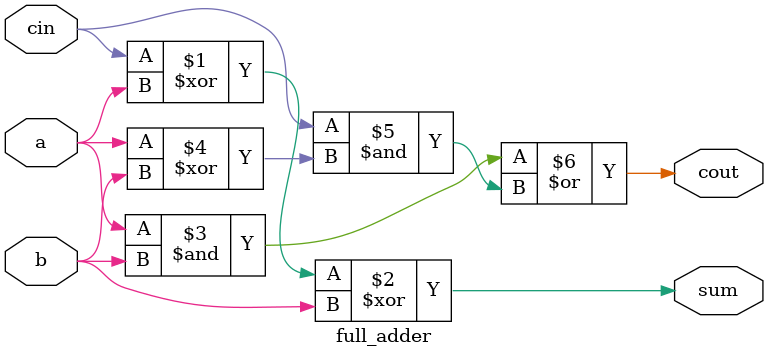
<source format=v>
module top_module (
    input [3:0] x,
    input [3:0] y, 
    output [4:0] sum);
    
    wire [3:0] carry;
    
    full_adder add0 (x[0], y[0], 0, carry[0], sum[0]);
    full_adder add1 (x[1], y[1], carry[0], carry[1], sum[1]);
    full_adder add2 (x[2], y[2], carry[1], carry[2], sum[2]);
    full_adder add3 (x[3], y[3], carry[2], carry[3], sum[3]);
    assign sum[4] = carry[3];

endmodule

module full_adder ( 
    input a, b, cin,
    output cout, sum );
    
    assign sum = cin^a^b;
    assign cout = (a&b) | (cin&(a^b));
    
endmodule

</source>
